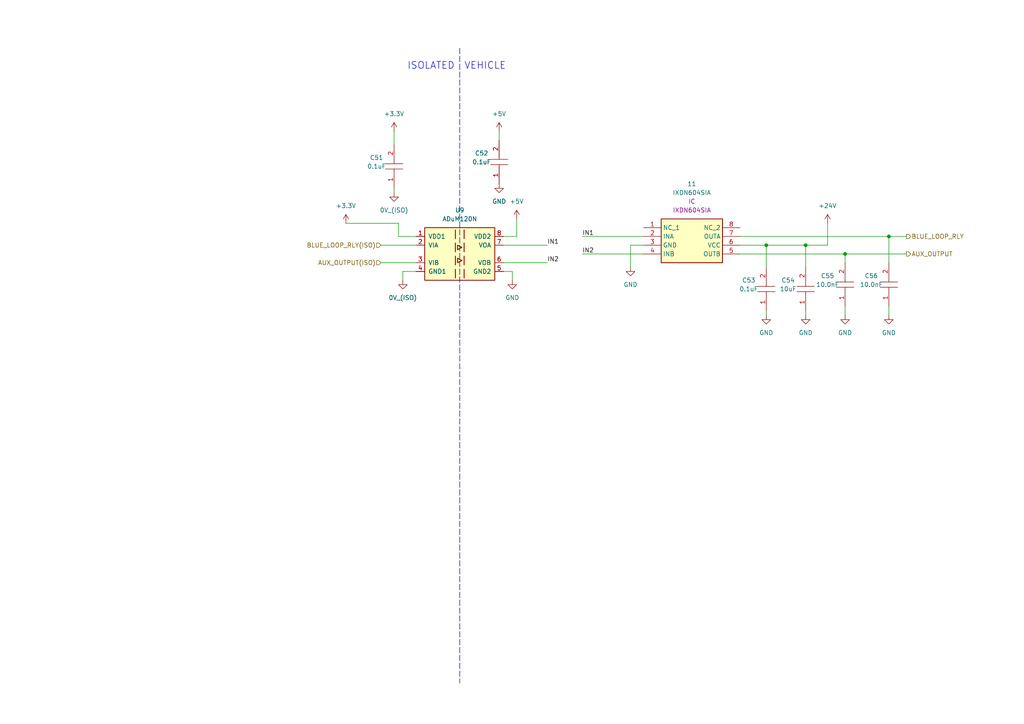
<source format=kicad_sch>
(kicad_sch (version 20211123) (generator eeschema)
  (paper "A4")
  (lib_symbols
    (symbol "0V_(ISO)_1" (power) (pin_names (offset 0))
      (property "Value" "0V_(ISO)_1" (at 0 -5.08 0))
      (symbol "0V_(ISO)_1_0_1"
        (polyline (pts (xy 0 0) (xy 0 -1.27) (xy 1.27 -1.27) (xy 0 -2.54) (xy -1.27 -1.27) (xy 0 -1.27)))
      )
      (symbol "0V_(ISO)_1_1_1"
        (pin power_in line (at 0 0 270) (length 0) hide (name "0V_(ISO)") (number "1"))
      )
    )
    (symbol "BMS_Library:CC0805JRX7R8BB104" (pin_names (offset 0.762))
      (property "Reference" "C" (at 8.89 6.35 0))
      (property "Value" "CC0805JRX7R8BB104" (at 8.89 3.81 0))
      (symbol "CC0805JRX7R8BB104_0_0"
        (pin passive line (at 0 0 0) (length 5.08) (name "~") (number "1"))
        (pin passive line (at 12.7 0 180) (length 5.08) (name "~") (number "2"))
      )
      (symbol "CC0805JRX7R8BB104_0_1"
        (polyline (pts (xy 5.08 0) (xy 5.588 0)) (stroke (width 0.1524)))
        (polyline (pts (xy 5.588 2.54) (xy 5.588 -2.54)) (stroke (width 0.1524)))
        (polyline (pts (xy 7.112 0) (xy 7.62 0)) (stroke (width 0.1524)))
        (polyline (pts (xy 7.112 2.54) (xy 7.112 -2.54)) (stroke (width 0.1524)))
      )
    )
    (symbol "Custom Power:+24V" (power) (pin_names (offset 0))
      (property "Value" "+24V" (at 0 3.556 0))
      (symbol "+24V_0_1"
        (polyline (pts (xy -0.762 1.27) (xy 0 2.54)))
        (polyline (pts (xy 0 0) (xy 0 2.54)))
        (polyline (pts (xy 0 2.54) (xy 0.762 1.27)))
      )
      (symbol "+24V_1_1"
        (pin power_in line (at 0 0 90) (length 0) hide (name "+24V") (number "1"))
      )
    )
    (symbol "Custom Power:+5V" (power) (pin_names (offset 0))
      (property "Value" "+5V" (at 0 3.556 0))
      (symbol "+5V_0_1"
        (polyline (pts (xy -0.762 1.27) (xy 0 2.54)))
        (polyline (pts (xy 0 0) (xy 0 2.54)))
        (polyline (pts (xy 0 2.54) (xy 0.762 1.27)))
      )
      (symbol "+5V_1_1"
        (pin power_in line (at 0 0 90) (length 0) hide (name "+5V") (number "1"))
      )
    )
    (symbol "Custom Power:3V3_(ISO)" (power) (pin_names (offset 0))
      (property "Value" "3V3_(ISO)" (at 0 3.556 0))
      (symbol "3V3_(ISO)_0_1"
        (polyline (pts (xy -0.762 1.27) (xy 0 2.54)))
        (polyline (pts (xy 0 0) (xy 0 2.54)))
        (polyline (pts (xy 0 2.54) (xy 0.762 1.27)))
      )
      (symbol "3V3_(ISO)_1_1"
        (pin power_in line (at 0 0 90) (length 0) hide (name "+3.3V") (number "1"))
      )
    )
    (symbol "IXDN604SIA:IXDN604SIA"
      (property "Value" "IXDN604SIA" (at 0 0 0))
      (property "Reference_1" "IC" (at 24.13 7.62 0))
      (property "Value_1" "IXDN604SIA" (at 24.13 5.08 0))
      (symbol "IXDN604SIA_1_1"
        (rectangle (start 5.08 2.54) (end 22.86 -10.16) (stroke (width 0.254)) (fill (type background)))
        (pin passive line (at 0 0 0) (length 5.08) (name "NC_1") (number "1"))
        (pin passive line (at 0 -2.54 0) (length 5.08) (name "INA") (number "2"))
        (pin passive line (at 0 -5.08 0) (length 5.08) (name "GND") (number "3"))
        (pin passive line (at 0 -7.62 0) (length 5.08) (name "INB") (number "4"))
        (pin passive line (at 27.94 -7.62 180) (length 5.08) (name "OUTB") (number "5"))
        (pin passive line (at 27.94 -5.08 180) (length 5.08) (name "VCC") (number "6"))
        (pin passive line (at 27.94 -2.54 180) (length 5.08) (name "OUTA") (number "7"))
        (pin passive line (at 27.94 0 180) (length 5.08) (name "NC_2") (number "8"))
      )
    )
    (symbol "Isolator:ADuM120N" (pin_names (offset 1.016))
      (property "Reference" "U" (at -10.16 8.89 0))
      (property "Value" "ADuM120N" (at -2.032 8.89 0))
      (symbol "ADuM120N_0_1"
        (rectangle (start -10.16 7.62) (end 10.16 -7.62) (stroke (width 0.254)) (fill (type background)))
        (polyline (pts (xy -1.27 -4.445) (xy -1.27 -6.985)) (stroke (width 0.254)))
        (polyline (pts (xy -1.27 -0.635) (xy -1.27 -3.175)) (stroke (width 0.254)))
        (polyline (pts (xy -1.27 3.175) (xy -1.27 0.635)) (stroke (width 0.254)))
        (polyline (pts (xy -1.27 6.985) (xy -1.27 4.445)) (stroke (width 0.254)))
        (polyline (pts (xy 1.27 -4.445) (xy 1.27 -6.985)) (stroke (width 0.254)))
        (polyline (pts (xy 1.27 -0.635) (xy 1.27 -3.175)) (stroke (width 0.254)))
        (polyline (pts (xy 1.27 3.175) (xy 1.27 0.635)) (stroke (width 0.254)))
        (polyline (pts (xy 1.27 6.985) (xy 1.27 4.445)) (stroke (width 0.254)))
        (polyline (pts (xy -0.635 -1.27) (xy -0.635 -2.54) (xy 0.635 -1.905) (xy -0.635 -1.27)) (stroke (width 0.254)))
        (polyline (pts (xy -0.635 1.27) (xy 0.635 1.905) (xy -0.635 2.54) (xy -0.635 1.27)) (stroke (width 0.254)))
      )
      (symbol "ADuM120N_1_1"
        (pin power_in line (at -12.7 5.08 0) (length 2.54) (name "VDD1") (number "1"))
        (pin input line (at -12.7 2.54 0) (length 2.54) (name "VIA") (number "2"))
        (pin input line (at -12.7 -2.54 0) (length 2.54) (name "VIB") (number "3"))
        (pin power_in line (at -12.7 -5.08 0) (length 2.54) (name "GND1") (number "4"))
        (pin power_in line (at 12.7 -5.08 180) (length 2.54) (name "GND2") (number "5"))
        (pin output line (at 12.7 -2.54 180) (length 2.54) (name "VOB") (number "6"))
        (pin output line (at 12.7 2.54 180) (length 2.54) (name "VOA") (number "7"))
        (pin power_in line (at 12.7 5.08 180) (length 2.54) (name "VDD2") (number "8"))
      )
    )
    (symbol "power:GND" (power) (pin_names (offset 0))
      (property "Value" "GND" (at 0 -3.81 0))
      (symbol "GND_0_1"
        (polyline (pts (xy 0 0) (xy 0 -1.27) (xy 1.27 -1.27) (xy 0 -2.54) (xy -1.27 -1.27) (xy 0 -1.27)))
      )
      (symbol "GND_1_1"
        (pin power_in line (at 0 0 270) (length 0) hide (name "GND") (number "1"))
      )
    )
  )
  (junction (at 245.11 73.66))
  (junction (at 222.25 71.12))
  (junction (at 257.81 68.58))
  (junction (at 233.68 71.12))
  (wire (pts (xy 222.25 71.12) (xy 222.25 77.47)))
  (wire (pts (xy 233.68 90.17) (xy 233.68 91.44)))
  (wire (pts (xy 240.03 64.77) (xy 240.03 71.12)))
  (wire (pts (xy 168.91 73.66) (xy 186.69 73.66)))
  (wire (pts (xy 222.25 90.17) (xy 222.25 91.44)))
  (wire (pts (xy 182.88 71.12) (xy 186.69 71.12)))
  (wire (pts (xy 257.81 68.58) (xy 262.89 68.58)))
  (wire (pts (xy 214.63 68.58) (xy 257.81 68.58)))
  (wire (pts (xy 233.68 71.12) (xy 240.03 71.12)))
  (wire (pts (xy 257.81 88.9) (xy 257.81 91.44)))
  (wire (pts (xy 146.05 68.58) (xy 149.86 68.58)))
  (wire (pts (xy 114.3 54.61) (xy 114.3 55.88)))
  (wire (pts (xy 148.59 78.74) (xy 148.59 81.28)))
  (wire (pts (xy 233.68 77.47) (xy 233.68 71.12)))
  (wire (pts (xy 120.65 78.74) (xy 116.84 78.74)))
  (wire (pts (xy 115.57 64.77) (xy 115.57 68.58)))
  (wire (pts (xy 214.63 73.66) (xy 245.11 73.66)))
  (wire (pts (xy 182.88 71.12) (xy 182.88 77.47)))
  (wire (pts (xy 245.11 88.9) (xy 245.11 91.44)))
  (wire (pts (xy 100.33 64.77) (xy 115.57 64.77)))
  (wire (pts (xy 146.05 71.12) (xy 158.75 71.12)))
  (wire (pts (xy 116.84 78.74) (xy 116.84 81.28)))
  (polyline (pts (xy 133.35 13.97) (xy 133.35 198.12)))
  (wire (pts (xy 245.11 73.66) (xy 245.11 76.2)))
  (wire (pts (xy 110.49 76.2) (xy 120.65 76.2)))
  (wire (pts (xy 110.49 71.12) (xy 120.65 71.12)))
  (wire (pts (xy 146.05 78.74) (xy 148.59 78.74)))
  (wire (pts (xy 233.68 71.12) (xy 222.25 71.12)))
  (wire (pts (xy 114.3 38.1) (xy 114.3 41.91)))
  (wire (pts (xy 149.86 63.5) (xy 149.86 68.58)))
  (wire (pts (xy 146.05 76.2) (xy 158.75 76.2)))
  (wire (pts (xy 144.78 38.1) (xy 144.78 40.64)))
  (wire (pts (xy 214.63 71.12) (xy 222.25 71.12)))
  (wire (pts (xy 245.11 73.66) (xy 262.89 73.66)))
  (wire (pts (xy 257.81 68.58) (xy 257.81 76.2)))
  (wire (pts (xy 120.65 68.58) (xy 115.57 68.58)))
  (wire (pts (xy 168.91 68.58) (xy 186.69 68.58)))
  (text "VEHICLE\n" (at 134.62 20.32 0) (effects (font (size 2 2)) (justify left bottom)))
  (text "ISOLATED\n" (at 118.11 20.32 0) (effects (font (size 2 2)) (justify left bottom)))
  (label "IN2" (at 168.91 73.66 0))
  (label "IN1" (at 168.91 68.58 0))
  (label "IN2" (at 158.75 76.2 0))
  (label "IN1" (at 158.75 71.12 0))
  (hierarchical_label "BLUE_LOOP_RLY" (shape output) (at 262.89 68.58 0))
  (hierarchical_label "AUX_OUTPUT(ISO)" (shape input) (at 110.49 76.2 180))
  (hierarchical_label "AUX_OUTPUT" (shape output) (at 262.89 73.66 0))
  (hierarchical_label "BLUE_LOOP_RLY(ISO)" (shape input) (at 110.49 71.12 180))
  (symbol (lib_id "BMS_Library:CC0805JRX7R8BB104") (at 144.78 53.34 90) (unit 1)
    (property "Reference" "C52" (at 139.7 44.45 90))
    (property "Value" "0.1uF" (at 139.7 46.99 90))
    (property "Footprint" "Capacitor_SMD:C_0603_1608Metric_Pad1.08x0.95mm_HandSolder" (effects hide))
    (property "Datasheet" "https://www.yageo.com/upload/media/product/productsearch/datasheet/mlcc/UPY-GPHC_X7R_6.3V-to-50V_20.pdf" (effects hide))
    (property "Description" "YAGEO - CC0805JRX7R8BB104 - SMD Multilayer Ceramic Capacitor, 0.1 F, 25 V, 0805 [2012 Metric], +/- 5%, X7R, CC Series" (effects hide))
    (property "Height" "0.95" (effects hide))
    (property "Manufacturer_Name" "YAGEO" (effects hide))
    (property "Manufacturer_Part_Number" "CC0805JRX7R8BB104" (effects hide))
    (property "Mouser Part Number" "603-CC805JRX7R8BB104" (effects hide))
    (property "Mouser Price/Stock" "https://www.mouser.co.uk/ProductDetail/YAGEO/CC0805JRX7R8BB104?qs=AgBp2OyFlx%252BZU4KTc42Krw%3D%3D" (effects hide))
    (property "Arrow Part Number" "CC0805JRX7R8BB104" (effects hide))
    (property "Arrow Price/Stock" "https://www.arrow.com/en/products/cc0805jrx7r8bb104/yageo?region=nac" (effects hide))
  )
  (symbol (lib_id "Isolator:ADuM120N") (at 133.35 73.66 0) (unit 1)
    (property "Reference" "U9" (at 133.35 60.96 0))
    (property "Value" "ADuM120N" (at 133.35 63.5 0))
    (property "Footprint" "Package_SO:SOIC-8_3.9x4.9mm_P1.27mm" (effects hide))
    (property "Datasheet" "https://www.analog.com/media/en/technical-documentation/data-sheets/ADuM120N_121N.pdf" (effects hide))
  )
  (symbol (lib_id "power:GND") (at 182.88 77.47 0) (unit 1)
    (property "Reference" "#PWR0195" (effects hide))
    (property "Value" "GND" (at 182.88 82.55 0))
  )
  (symbol (lib_id "Custom Power:3V3_(ISO)") (at 114.3 38.1 0) (unit 1)
    (property "Reference" "#PWR0184" (effects hide))
    (property "Value" "3V3_(ISO)" (at 114.3 33.02 0))
  )
  (symbol (lib_id "power:GND") (at 233.68 91.44 0) (unit 1)
    (property "Reference" "#PWR0194" (effects hide))
    (property "Value" "GND" (at 233.68 96.52 0))
  )
  (symbol (lib_id "power:GND") (at 148.59 81.28 0) (unit 1)
    (property "Reference" "#PWR0190" (effects hide))
    (property "Value" "GND" (at 148.59 86.36 0))
  )
  (symbol (lib_name "0V_(ISO)_1") (lib_id "Custom Power:0V_(ISO)") (at 114.3 55.88 0) (unit 1)
    (property "Reference" "#PWR0180" (effects hide))
    (property "Value" "0V_(ISO)" (at 114.3 60.96 0))
  )
  (symbol (lib_id "Custom Power:3V3_(ISO)") (at 100.33 64.77 0) (unit 1)
    (property "Reference" "#PWR0181" (effects hide))
    (property "Value" "3V3_(ISO)" (at 100.33 59.69 0))
  )
  (symbol (lib_id "BMS_Library:CC0805JRX7R8BB104") (at 245.11 88.9 90) (unit 1)
    (property "Reference" "C55" (at 240.03 80.01 90))
    (property "Value" "10.0nF" (at 240.03 82.55 90))
    (property "Footprint" "Capacitor_SMD:C_0603_1608Metric_Pad1.08x0.95mm_HandSolder" (effects hide))
    (property "Datasheet" "https://www.yageo.com/upload/media/product/productsearch/datasheet/mlcc/UPY-GPHC_X7R_6.3V-to-50V_20.pdf" (effects hide))
    (property "Description" "YAGEO - CC0805JRX7R8BB104 - SMD Multilayer Ceramic Capacitor, 0.1 F, 25 V, 0805 [2012 Metric], +/- 5%, X7R, CC Series" (effects hide))
    (property "Height" "0.95" (effects hide))
    (property "Manufacturer_Name" "YAGEO" (effects hide))
    (property "Manufacturer_Part_Number" "CC0805JRX7R8BB104" (effects hide))
    (property "Mouser Part Number" "603-CC805JRX7R8BB104" (effects hide))
    (property "Mouser Price/Stock" "https://www.mouser.co.uk/ProductDetail/YAGEO/CC0805JRX7R8BB104?qs=AgBp2OyFlx%252BZU4KTc42Krw%3D%3D" (effects hide))
    (property "Arrow Part Number" "CC0805JRX7R8BB104" (effects hide))
    (property "Arrow Price/Stock" "https://www.arrow.com/en/products/cc0805jrx7r8bb104/yageo?region=nac" (effects hide))
  )
  (symbol (lib_id "power:GND") (at 222.25 91.44 0) (unit 1)
    (property "Reference" "#PWR0193" (effects hide))
    (property "Value" "GND" (at 222.25 96.52 0))
  )
  (symbol (lib_id "Custom Power:+5V") (at 149.86 63.5 0) (unit 1)
    (property "Reference" "#PWR0189" (effects hide))
    (property "Value" "+5V" (at 149.86 58.42 0))
  )
  (symbol (lib_id "Custom Power:+24V") (at 240.03 64.77 0) (unit 1)
    (property "Reference" "#PWR0196" (effects hide))
    (property "Value" "+24V" (at 240.03 59.69 0))
  )
  (symbol (lib_name "0V_(ISO)_1") (lib_id "Custom Power:0V_(ISO)") (at 116.84 81.28 0) (unit 1)
    (property "Reference" "#PWR0183" (effects hide))
    (property "Value" "0V_(ISO)" (at 116.84 86.36 0))
  )
  (symbol (lib_id "IXDN604SIA:IXDN604SIA") (at 186.69 66.04 0) (unit 1)
    (property "Reference" "11" (at 200.66 53.34 0))
    (property "Value" "IXDN604SIA" (at 200.66 55.88 0))
    (property "Footprint" "BMS_Library:SOIC127P600X175-8N" (effects hide))
    (property "Reference_1" "IC" (at 200.66 58.42 0))
    (property "Value_1" "IXDN604SIA" (at 200.66 60.96 0))
    (property "Footprint_1" "SOIC127P600X175-8N" (effects hide))
    (property "Datasheet_1" "https://componentsearchengine.com/Datasheets/1/IXDN604SIA.pdf" (effects hide))
    (property "Height" "1.75" (effects hide))
    (property "Manufacturer_Name" "LITTELFUSE" (effects hide))
    (property "Manufacturer_Part_Number" "IXDN604SIA" (effects hide))
    (property "Mouser Part Number" "849-IXDN604SIA" (effects hide))
    (property "Mouser Price/Stock" "https://www.mouser.co.uk/ProductDetail/IXYS-Integrated-Circuits/IXDN604SIA?qs=RF%252Bx3zajg8Jr2dZsU9ha4A%3D%3D" (effects hide))
    (property "Arrow Part Number" "IXDN604SIA" (effects hide))
    (property "Arrow Price/Stock" "https://www.arrow.com/en/products/ixdn604sia/littelfuse?region=nac" (effects hide))
  )
  (symbol (lib_id "power:GND") (at 245.11 91.44 0) (unit 1)
    (property "Reference" "#PWR0192" (effects hide))
    (property "Value" "GND" (at 245.11 96.52 0))
  )
  (symbol (lib_id "BMS_Library:CC0805JRX7R8BB104") (at 233.68 90.17 90) (unit 1)
    (property "Reference" "C54" (at 228.6 81.28 90))
    (property "Value" "10uF" (at 228.6 83.82 90))
    (property "Footprint" "Capacitor_SMD:C_0603_1608Metric_Pad1.08x0.95mm_HandSolder" (effects hide))
    (property "Datasheet" "https://www.yageo.com/upload/media/product/productsearch/datasheet/mlcc/UPY-GPHC_X7R_6.3V-to-50V_20.pdf" (effects hide))
    (property "Description" "YAGEO - CC0805JRX7R8BB104 - SMD Multilayer Ceramic Capacitor, 0.1 F, 25 V, 0805 [2012 Metric], +/- 5%, X7R, CC Series" (effects hide))
    (property "Height" "0.95" (effects hide))
    (property "Manufacturer_Name" "YAGEO" (effects hide))
    (property "Manufacturer_Part_Number" "CC0805JRX7R8BB104" (effects hide))
    (property "Mouser Part Number" "603-CC805JRX7R8BB104" (effects hide))
    (property "Mouser Price/Stock" "https://www.mouser.co.uk/ProductDetail/YAGEO/CC0805JRX7R8BB104?qs=AgBp2OyFlx%252BZU4KTc42Krw%3D%3D" (effects hide))
    (property "Arrow Part Number" "CC0805JRX7R8BB104" (effects hide))
    (property "Arrow Price/Stock" "https://www.arrow.com/en/products/cc0805jrx7r8bb104/yageo?region=nac" (effects hide))
  )
  (symbol (lib_id "BMS_Library:CC0805JRX7R8BB104") (at 114.3 54.61 90) (unit 1)
    (property "Reference" "C51" (at 109.22 45.72 90))
    (property "Value" "0.1uF" (at 109.22 48.26 90))
    (property "Footprint" "Capacitor_SMD:C_0603_1608Metric_Pad1.08x0.95mm_HandSolder" (effects hide))
    (property "Datasheet" "https://www.yageo.com/upload/media/product/productsearch/datasheet/mlcc/UPY-GPHC_X7R_6.3V-to-50V_20.pdf" (effects hide))
    (property "Description" "YAGEO - CC0805JRX7R8BB104 - SMD Multilayer Ceramic Capacitor, 0.1 F, 25 V, 0805 [2012 Metric], +/- 5%, X7R, CC Series" (effects hide))
    (property "Height" "0.95" (effects hide))
    (property "Manufacturer_Name" "YAGEO" (effects hide))
    (property "Manufacturer_Part_Number" "CC0805JRX7R8BB104" (effects hide))
    (property "Mouser Part Number" "603-CC805JRX7R8BB104" (effects hide))
    (property "Mouser Price/Stock" "https://www.mouser.co.uk/ProductDetail/YAGEO/CC0805JRX7R8BB104?qs=AgBp2OyFlx%252BZU4KTc42Krw%3D%3D" (effects hide))
    (property "Arrow Part Number" "CC0805JRX7R8BB104" (effects hide))
    (property "Arrow Price/Stock" "https://www.arrow.com/en/products/cc0805jrx7r8bb104/yageo?region=nac" (effects hide))
  )
  (symbol (lib_id "Custom Power:+5V") (at 144.78 38.1 0) (unit 1)
    (property "Reference" "#PWR0185" (effects hide))
    (property "Value" "+5V" (at 144.78 33.02 0))
  )
  (symbol (lib_id "BMS_Library:CC0805JRX7R8BB104") (at 222.25 90.17 90) (unit 1)
    (property "Reference" "C53" (at 217.17 81.28 90))
    (property "Value" "0.1uF" (at 217.17 83.82 90))
    (property "Footprint" "Capacitor_SMD:C_0603_1608Metric_Pad1.08x0.95mm_HandSolder" (effects hide))
    (property "Datasheet" "https://www.yageo.com/upload/media/product/productsearch/datasheet/mlcc/UPY-GPHC_X7R_6.3V-to-50V_20.pdf" (effects hide))
    (property "Description" "YAGEO - CC0805JRX7R8BB104 - SMD Multilayer Ceramic Capacitor, 0.1 F, 25 V, 0805 [2012 Metric], +/- 5%, X7R, CC Series" (effects hide))
    (property "Height" "0.95" (effects hide))
    (property "Manufacturer_Name" "YAGEO" (effects hide))
    (property "Manufacturer_Part_Number" "CC0805JRX7R8BB104" (effects hide))
    (property "Mouser Part Number" "603-CC805JRX7R8BB104" (effects hide))
    (property "Mouser Price/Stock" "https://www.mouser.co.uk/ProductDetail/YAGEO/CC0805JRX7R8BB104?qs=AgBp2OyFlx%252BZU4KTc42Krw%3D%3D" (effects hide))
    (property "Arrow Part Number" "CC0805JRX7R8BB104" (effects hide))
    (property "Arrow Price/Stock" "https://www.arrow.com/en/products/cc0805jrx7r8bb104/yageo?region=nac" (effects hide))
  )
  (symbol (lib_id "power:GND") (at 144.78 53.34 0) (unit 1)
    (property "Reference" "#PWR0178" (effects hide))
    (property "Value" "GND" (at 144.78 58.42 0))
  )
  (symbol (lib_id "power:GND") (at 257.81 91.44 0) (unit 1)
    (property "Reference" "#PWR0191" (effects hide))
    (property "Value" "GND" (at 257.81 96.52 0))
  )
  (symbol (lib_id "BMS_Library:CC0805JRX7R8BB104") (at 257.81 88.9 90) (unit 1)
    (property "Reference" "C56" (at 252.73 80.01 90))
    (property "Value" "10.0nF" (at 252.73 82.55 90))
    (property "Footprint" "Capacitor_SMD:C_0603_1608Metric_Pad1.08x0.95mm_HandSolder" (effects hide))
    (property "Datasheet" "https://www.yageo.com/upload/media/product/productsearch/datasheet/mlcc/UPY-GPHC_X7R_6.3V-to-50V_20.pdf" (effects hide))
    (property "Description" "YAGEO - CC0805JRX7R8BB104 - SMD Multilayer Ceramic Capacitor, 0.1 F, 25 V, 0805 [2012 Metric], +/- 5%, X7R, CC Series" (effects hide))
    (property "Height" "0.95" (effects hide))
    (property "Manufacturer_Name" "YAGEO" (effects hide))
    (property "Manufacturer_Part_Number" "CC0805JRX7R8BB104" (effects hide))
    (property "Mouser Part Number" "603-CC805JRX7R8BB104" (effects hide))
    (property "Mouser Price/Stock" "https://www.mouser.co.uk/ProductDetail/YAGEO/CC0805JRX7R8BB104?qs=AgBp2OyFlx%252BZU4KTc42Krw%3D%3D" (effects hide))
    (property "Arrow Part Number" "CC0805JRX7R8BB104" (effects hide))
    (property "Arrow Price/Stock" "https://www.arrow.com/en/products/cc0805jrx7r8bb104/yageo?region=nac" (effects hide))
  )
)
</source>
